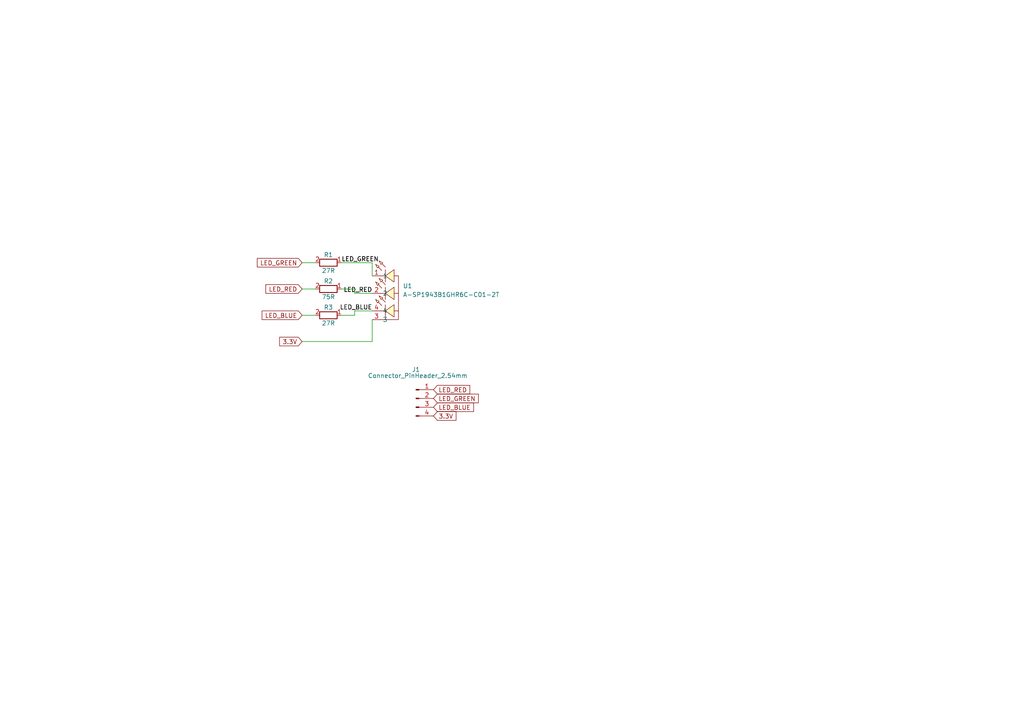
<source format=kicad_sch>
(kicad_sch (version 20250114) (generator "eeschema") (generator_version "9.0")
  (paper "A4")
  (title_block (title "Charge 3.3V RGB LED") (date "2026-02-20") (rev "Mk1") (company "clectric.diy") (comment 1 "Copyright © 2026 clectric.diy Licensed under CERN-OHL-W v2") (comment 2 "Charles H. Leggett"))
  (lib_symbols
    (symbol "Connector:Conn_01x04_Pin" (pin_names (offset 1.016) (hide yes))
      (property "Reference" "J" (at 0 5.08 0))
      (property "Value" "Conn_01x04_Pin" (at 0 -7.62 0))
      (symbol "Conn_01x04_Pin_1_1"
        (rectangle (start 0.8636 2.667) (end 0 2.413) (stroke (width 0.1524)) (fill (type outline)))
        (rectangle (start 0.8636 0.127) (end 0 -0.127) (stroke (width 0.1524)) (fill (type outline)))
        (rectangle (start 0.8636 -2.413) (end 0 -2.667) (stroke (width 0.1524)) (fill (type outline)))
        (rectangle (start 0.8636 -4.953) (end 0 -5.207) (stroke (width 0.1524)) (fill (type outline)))
        (polyline (pts (xy 1.27 2.54) (xy 0.8636 2.54)) (stroke (width 0.1524)))
        (polyline (pts (xy 1.27 0) (xy 0.8636 0)) (stroke (width 0.1524)))
        (polyline (pts (xy 1.27 -2.54) (xy 0.8636 -2.54)) (stroke (width 0.1524)))
        (polyline (pts (xy 1.27 -5.08) (xy 0.8636 -5.08)) (stroke (width 0.1524)))
        (pin passive line (at 5.08 2.54 180) (length 3.81) (name "Pin_1") (number "1"))
        (pin passive line (at 5.08 0 180) (length 3.81) (name "Pin_2") (number "2"))
        (pin passive line (at 5.08 -2.54 180) (length 3.81) (name "Pin_3") (number "3"))
        (pin passive line (at 5.08 -5.08 180) (length 3.81) (name "Pin_4") (number "4"))
      )
    )
    (symbol "Device:R" (pin_names (offset 0) (hide yes))
      (property "Reference" "R" (at 2.032 0 90))
      (property "Value" "R" (at 0 0 90))
      (symbol "R_0_1"
        (rectangle (start -1.016 -2.54) (end 1.016 2.54) (stroke (width 0.254)))
      )
      (symbol "R_1_1"
        (pin passive line (at 0 3.81 270) (length 1.27) (name "~") (number "1"))
        (pin passive line (at 0 -3.81 90) (length 1.27) (name "~") (number "2"))
      )
    )
    (symbol "clectric-diy:A-SP1943B1GHR6C-C01-2T"
      (property "Reference" "U" (at 0 10.16 0))
      (property "Value" "A-SP1943B1GHR6C-C01-2T" (at 0 -12.7 0))
      (symbol "A-SP1943B1GHR6C-C01-2T_0_1"
        (polyline (pts (xy -1.52 8.38) (xy -0.51 7.87) (xy -1.02 7.37) (xy -1.52 8.38)) (fill (type background)))
        (polyline (pts (xy -1.52 3.3) (xy -0.51 2.79) (xy -1.02 2.29) (xy -1.52 3.3)) (fill (type background)))
        (polyline (pts (xy -1.52 -1.78) (xy -0.51 -2.29) (xy -1.02 -2.79) (xy -1.52 -1.78)) (fill (type background)))
        (polyline (pts (xy -0.51 9.4) (xy 0.51 8.89) (xy 0 8.38) (xy -0.51 9.4)) (fill (type background)))
        (polyline (pts (xy -0.51 4.32) (xy 0.51 3.81) (xy 0 3.3) (xy -0.51 4.32)) (fill (type background)))
        (polyline (pts (xy -0.51 -0.76) (xy 0.51 -1.27) (xy 0 -1.78) (xy -0.51 -0.76)) (fill (type background)))
        (polyline (pts (xy 0 -7.62) (xy 5.08 -7.62) (xy 5.08 5.08) (xy 3.81 5.08)))
        (polyline (pts (xy 0.25 6.6) (xy -0.76 7.62) (xy 0.25 6.6)) (fill (type background)))
        (polyline (pts (xy 0.25 1.52) (xy -0.76 2.54) (xy 0.25 1.52)) (fill (type background)))
        (polyline (pts (xy 0.25 -3.56) (xy -0.76 -2.54) (xy 0.25 -3.56)) (fill (type background)))
        (polyline (pts (xy 1.27 7.62) (xy 0.25 8.64) (xy 1.27 7.62)) (fill (type background)))
        (polyline (pts (xy 1.27 6.86) (xy 1.27 3.3)))
        (polyline (pts (xy 1.27 5.08) (xy 0 5.08)))
        (polyline (pts (xy 1.27 2.54) (xy 0.25 3.56) (xy 1.27 2.54)) (fill (type background)))
        (polyline (pts (xy 1.27 1.78) (xy 1.27 -1.78)))
        (polyline (pts (xy 1.27 0) (xy 0 0)))
        (polyline (pts (xy 1.27 -2.54) (xy 0.25 -1.52) (xy 1.27 -2.54)) (fill (type background)))
        (polyline (pts (xy 1.27 -3.3) (xy 1.27 -6.86)))
        (polyline (pts (xy 1.27 -5.08) (xy 0 -5.08)))
        (polyline (pts (xy 3.81 6.86) (xy 1.27 5.08) (xy 3.81 3.3) (xy 3.81 6.86)) (fill (type background)))
        (polyline (pts (xy 3.81 1.78) (xy 1.27 0) (xy 3.81 -1.78) (xy 3.81 1.78)) (fill (type background)))
        (polyline (pts (xy 3.81 -3.3) (xy 1.27 -5.08) (xy 3.81 -6.86) (xy 3.81 -3.3)) (fill (type background)))
        (polyline (pts (xy 5.08 0) (xy 3.81 0)))
        (polyline (pts (xy 5.08 -5.08) (xy 3.81 -5.08)))
        (pin unspecified line (at -2.54 5.08 0) (length 2.54) (name "1") (number "1"))
        (pin unspecified line (at -2.54 0 0) (length 2.54) (name "2") (number "2"))
        (pin unspecified line (at -2.54 -5.08 0) (length 2.54) (name "4") (number "4"))
        (pin unspecified line (at -2.54 -7.62 0) (length 2.54) (name "3") (number "3"))
      )
    )
  )
  (wire (pts (xy 107.95 76.2) (xy 107.95 80.01)))
  (wire (pts (xy 87.63 83.82) (xy 91.44 83.82)))
  (wire (pts (xy 87.63 76.2) (xy 91.44 76.2)))
  (wire (pts (xy 102.87 90.17) (xy 107.95 90.17)))
  (wire (pts (xy 87.63 99.06) (xy 107.95 99.06)))
  (wire (pts (xy 102.87 91.44) (xy 99.06 91.44)))
  (wire (pts (xy 107.95 99.06) (xy 107.95 92.71)))
  (wire (pts (xy 99.06 76.2) (xy 107.95 76.2)))
  (wire (pts (xy 99.06 83.82) (xy 102.87 83.82)))
  (wire (pts (xy 87.63 91.44) (xy 91.44 91.44)))
  (wire (pts (xy 102.87 85.09) (xy 107.95 85.09)))
  (wire (pts (xy 102.87 90.17) (xy 102.87 91.44)))
  (wire (pts (xy 102.87 85.09) (xy 102.87 83.82)))
  (label "LED_RED" (at 107.95 85.09 180))
  (label "LED_BLUE" (at 107.95 90.17 180))
  (label "LED_BLUE" (at 107.95 90.17 180))
  (label "LED_RED" (at 107.95 85.09 180))
  (label "LED_GREEN" (at 99.06 76.2 0))
  (label "LED_GREEN" (at 99.06 76.2 0))
  (global_label "3.3V" (shape input) (at 125.73 120.65 0) (property "Intersheetrefs" "${INTERSHEET_REFS}" (effects (hide yes))))
  (global_label "LED_GREEN" (shape input) (at 87.63 76.2 180) (property "Intersheetrefs" "${INTERSHEET_REFS}" (effects (hide yes))))
  (global_label "3.3V" (shape input) (at 87.63 99.06 180) (property "Intersheetrefs" "${INTERSHEET_REFS}" (effects (hide yes))))
  (global_label "LED_BLUE" (shape input) (at 87.63 91.44 180) (property "Intersheetrefs" "${INTERSHEET_REFS}" (effects (hide yes))))
  (global_label "LED_BLUE" (shape input) (at 125.73 118.11 0) (property "Intersheetrefs" "${INTERSHEET_REFS}" (effects (hide yes))))
  (global_label "LED_RED" (shape input) (at 125.73 113.03 0) (property "Intersheetrefs" "${INTERSHEET_REFS}" (effects (hide yes))))
  (global_label "LED_RED" (shape input) (at 87.63 83.82 180) (property "Intersheetrefs" "${INTERSHEET_REFS}" (effects (hide yes))))
  (global_label "LED_GREEN" (shape input) (at 125.73 115.57 0) (property "Intersheetrefs" "${INTERSHEET_REFS}" (effects (hide yes))))
  (symbol (lib_id "Device:R") (at 95.25 76.2 270) (unit 1)
    (property "Reference" "R1" (at 95.25 73.914 90))
    (property "Value" "27R" (at 95.25 78.486 90))
    (property "Footprint" "clectric-diy:R0603" (effects (hide yes)))
    (property "Description" "Resistor" (effects (hide yes)))
  )
  (symbol (lib_id "Connector:Conn_01x04_Pin") (at 120.65 115.57 0) (unit 1)
    (property "Reference" "J1" (at 120.65 107.188 0))
    (property "Value" "Connector_PinHeader_2.54mm" (at 121.158 108.966 0))
    (property "Footprint" "Connector_PinHeader_2.54mm:PinHeader_1x04_P2.54mm_Vertical" (effects (hide yes)))
    (property "Description" "Generic connector, single row, 01x04, script generated" (effects (hide yes)))
  )
  (symbol (lib_id "clectric-diy:A-SP1943B1GHR6C-C01-2T") (at 110.49 85.09 0) (unit 1)
    (property "Reference" "U1" (at 116.84 82.9299 0) (effects (justify left)))
    (property "Value" "A-SP1943B1GHR6C-C01-2T" (at 116.84 85.4699 0) (effects (justify left)))
    (property "Footprint" "clectric-diy:LED-SMD_4P-L1.6-W1.5-BL_A-SP1943B1GHR6C-C01-2T" (effects (hide yes)))
    (property "LCSC Part" "C19171342" (effects (hide yes)))
  )
  (symbol (lib_id "Device:R") (at 95.25 91.44 270) (unit 1)
    (property "Reference" "R3" (at 95.25 89.154 90))
    (property "Value" "27R" (at 95.25 93.726 90))
    (property "Footprint" "clectric-diy:R0603" (effects (hide yes)))
    (property "Description" "Resistor" (effects (hide yes)))
  )
  (symbol (lib_id "Device:R") (at 95.25 83.82 270) (unit 1)
    (property "Reference" "R2" (at 95.25 81.534 90))
    (property "Value" "75R" (at 95.25 86.106 90))
    (property "Footprint" "clectric-diy:R0603" (effects (hide yes)))
    (property "Description" "Resistor" (effects (hide yes)))
  )
)
</source>
